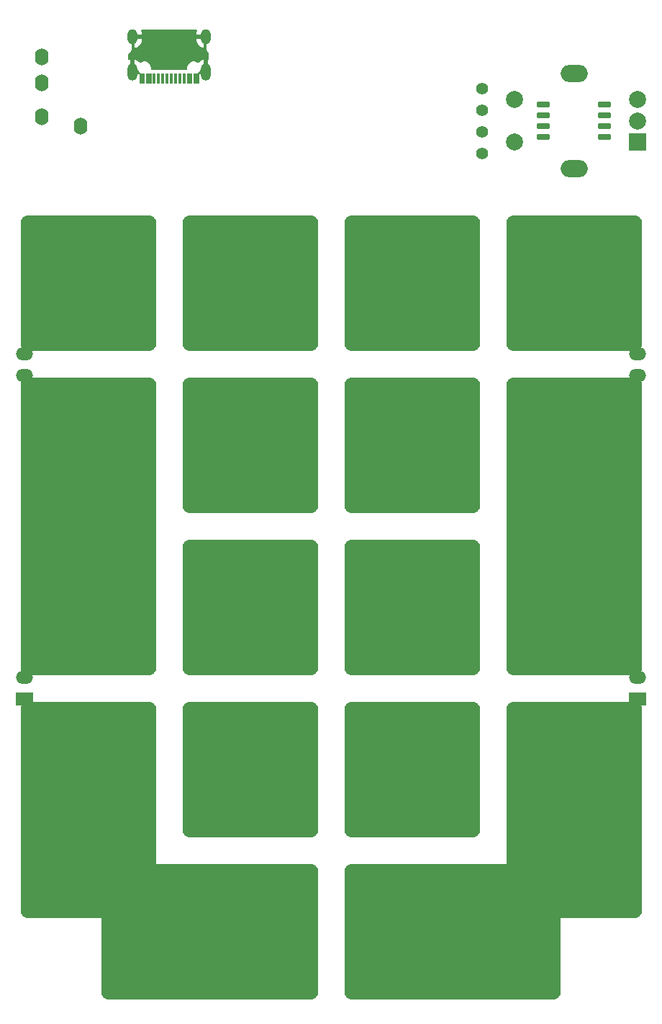
<source format=gbr>
%TF.GenerationSoftware,KiCad,Pcbnew,(6.0.7)*%
%TF.CreationDate,2022-10-13T01:22:27-05:00*%
%TF.ProjectId,Container65PLATE,436f6e74-6169-46e6-9572-3635504c4154,rev?*%
%TF.SameCoordinates,Original*%
%TF.FileFunction,Copper,L2,Bot*%
%TF.FilePolarity,Positive*%
%FSLAX46Y46*%
G04 Gerber Fmt 4.6, Leading zero omitted, Abs format (unit mm)*
G04 Created by KiCad (PCBNEW (6.0.7)) date 2022-10-13 01:22:27*
%MOMM*%
%LPD*%
G01*
G04 APERTURE LIST*
G04 Aperture macros list*
%AMRoundRect*
0 Rectangle with rounded corners*
0 $1 Rounding radius*
0 $2 $3 $4 $5 $6 $7 $8 $9 X,Y pos of 4 corners*
0 Add a 4 corners polygon primitive as box body*
4,1,4,$2,$3,$4,$5,$6,$7,$8,$9,$2,$3,0*
0 Add four circle primitives for the rounded corners*
1,1,$1+$1,$2,$3*
1,1,$1+$1,$4,$5*
1,1,$1+$1,$6,$7*
1,1,$1+$1,$8,$9*
0 Add four rect primitives between the rounded corners*
20,1,$1+$1,$2,$3,$4,$5,0*
20,1,$1+$1,$4,$5,$6,$7,0*
20,1,$1+$1,$6,$7,$8,$9,0*
20,1,$1+$1,$8,$9,$2,$3,0*%
G04 Aperture macros list end*
%TA.AperFunction,SMDPad,CuDef*%
%ADD10RoundRect,1.008000X-6.992000X6.992000X-6.992000X-6.992000X6.992000X-6.992000X6.992000X6.992000X0*%
%TD*%
%TA.AperFunction,SMDPad,CuDef*%
%ADD11RoundRect,1.008000X6.992000X6.992000X-6.992000X6.992000X-6.992000X-6.992000X6.992000X-6.992000X0*%
%TD*%
%TA.AperFunction,SMDPad,CuDef*%
%ADD12RoundRect,1.008000X6.992000X-6.992000X6.992000X6.992000X-6.992000X6.992000X-6.992000X-6.992000X0*%
%TD*%
%TA.AperFunction,SMDPad,CuDef*%
%ADD13RoundRect,1.008000X-6.992000X-6.992000X6.992000X-6.992000X6.992000X6.992000X-6.992000X6.992000X0*%
%TD*%
%TA.AperFunction,WasherPad*%
%ADD14O,3.200000X2.000000*%
%TD*%
%TA.AperFunction,ComponentPad*%
%ADD15R,2.000000X2.000000*%
%TD*%
%TA.AperFunction,ComponentPad*%
%ADD16C,2.000000*%
%TD*%
%TA.AperFunction,ComponentPad*%
%ADD17C,1.397000*%
%TD*%
%TA.AperFunction,ComponentPad*%
%ADD18R,2.000000X1.500000*%
%TD*%
%TA.AperFunction,ComponentPad*%
%ADD19O,2.000000X1.500000*%
%TD*%
%TA.AperFunction,ComponentPad*%
%ADD20O,1.600000X2.000000*%
%TD*%
%TA.AperFunction,SMDPad,CuDef*%
%ADD21RoundRect,0.150000X-0.650000X-0.150000X0.650000X-0.150000X0.650000X0.150000X-0.650000X0.150000X0*%
%TD*%
%TA.AperFunction,ComponentPad*%
%ADD22O,1.200000X1.800000*%
%TD*%
%TA.AperFunction,ComponentPad*%
%ADD23O,1.200000X2.000000*%
%TD*%
%TA.AperFunction,SMDPad,CuDef*%
%ADD24R,0.300000X1.300000*%
%TD*%
G04 APERTURE END LIST*
D10*
%TO.P,MX5,1*%
%TO.N,N/C*%
X49212500Y-67468750D03*
%TD*%
D11*
%TO.P,MX15,1*%
%TO.N,N/C*%
X87312500Y-105568750D03*
%TD*%
D10*
%TO.P,MX9,1*%
%TO.N,N/C*%
X49212500Y-86518750D03*
%TD*%
D12*
%TO.P,MX-E-1,1*%
%TO.N,N/C*%
X49212500Y-76993750D03*
%TD*%
D11*
%TO.P,MX3,1*%
%TO.N,N/C*%
X87312500Y-48418750D03*
%TD*%
%TO.P,MX6,1*%
%TO.N,N/C*%
X68262500Y-67468750D03*
%TD*%
D13*
%TO.P,MX-E-4,1*%
%TO.N,N/C*%
X96837500Y-124618750D03*
%TD*%
D12*
%TO.P,MX-E-2,1*%
%TO.N,N/C*%
X106362500Y-76993750D03*
%TD*%
D11*
%TO.P,MX14,1*%
%TO.N,N/C*%
X68262500Y-105568750D03*
%TD*%
%TO.P,MX11,1*%
%TO.N,N/C*%
X87312500Y-86518750D03*
%TD*%
D13*
%TO.P,MX17,1*%
%TO.N,N/C*%
X58737500Y-124618750D03*
%TD*%
D10*
%TO.P,MX16,1*%
%TO.N,N/C*%
X106362500Y-105568750D03*
%TD*%
%TO.P,MX12,1*%
%TO.N,N/C*%
X106362500Y-86518750D03*
%TD*%
D11*
%TO.P,MX18,1*%
%TO.N,N/C*%
X68262500Y-124618750D03*
%TD*%
%TO.P,MX10,1*%
%TO.N,N/C*%
X68262500Y-86518750D03*
%TD*%
D12*
%TO.P,MX20,1*%
%TO.N,N/C*%
X106362500Y-115093750D03*
%TD*%
D10*
%TO.P,MX8,1*%
%TO.N,N/C*%
X106362500Y-67468750D03*
%TD*%
D11*
%TO.P,MX7,1*%
%TO.N,N/C*%
X87312500Y-67468750D03*
%TD*%
%TO.P,MX19,1*%
%TO.N,N/C*%
X87312500Y-124618750D03*
%TD*%
%TO.P,MX4,1*%
%TO.N,N/C*%
X106362500Y-48418750D03*
%TD*%
%TO.P,MX1,1*%
%TO.N,N/C*%
X49212500Y-48418750D03*
%TD*%
D12*
%TO.P,MX-E-3,1*%
%TO.N,N/C*%
X49212500Y-115093750D03*
%TD*%
D10*
%TO.P,MX13,1*%
%TO.N,N/C*%
X49212500Y-105568750D03*
%TD*%
D11*
%TO.P,MX2,1*%
%TO.N,N/C*%
X68262500Y-48418750D03*
%TD*%
D14*
%TO.P,SW1,*%
%TO.N,*%
X106362500Y-34968750D03*
X106362500Y-23768750D03*
D15*
%TO.P,SW1,A,A*%
%TO.N,encB*%
X113862500Y-31868750D03*
D16*
%TO.P,SW1,B,B*%
%TO.N,encA*%
X113862500Y-26868750D03*
%TO.P,SW1,C,C*%
%TO.N,GND*%
X113862500Y-29368750D03*
%TO.P,SW1,S1,S1*%
%TO.N,Net-(D23-Pad2)*%
X99362500Y-26868750D03*
%TO.P,SW1,S2,S2*%
%TO.N,COL3*%
X99362500Y-31868750D03*
%TD*%
D17*
%TO.P,OL1,1,SDA*%
%TO.N,SDA*%
X95517500Y-33178750D03*
%TO.P,OL1,2,SCL*%
%TO.N,SCL*%
X95517500Y-30638750D03*
%TO.P,OL1,3,VCC*%
%TO.N,+3V3*%
X95517500Y-28098750D03*
%TO.P,OL1,4,GND*%
%TO.N,GND*%
X95517500Y-25558750D03*
%TD*%
D18*
%TO.P,J3,1,Pin_1*%
%TO.N,GND*%
X41687500Y-97283750D03*
D19*
%TO.P,J3,2,Pin_2*%
%TO.N,+3V3*%
X41687500Y-94743750D03*
%TD*%
%TO.P,J6,1,Pin_1*%
%TO.N,SDA*%
X113887500Y-59252500D03*
%TO.P,J6,2,Pin_2*%
%TO.N,SCL*%
X113887500Y-56712500D03*
%TD*%
%TO.P,J4,1,Pin_1*%
%TO.N,SDA*%
X41687500Y-59252500D03*
%TO.P,J4,2,Pin_2*%
%TO.N,SCL*%
X41687500Y-56712500D03*
%TD*%
D20*
%TO.P,U7,1,SLEEVE*%
%TO.N,SCL*%
X48337500Y-30000000D03*
%TO.P,U7,2,TIP*%
%TO.N,+3V3*%
X43737500Y-28900000D03*
%TO.P,U7,3,RING1*%
%TO.N,GND*%
X43737500Y-24900000D03*
%TO.P,U7,4,RING2*%
%TO.N,SDA*%
X43737500Y-21900000D03*
%TD*%
D18*
%TO.P,J5,1,Pin_1*%
%TO.N,GND*%
X113887500Y-97293750D03*
D19*
%TO.P,J5,2,Pin_2*%
%TO.N,+3V3*%
X113887500Y-94753750D03*
%TD*%
D21*
%TO.P,U4,1,~{CS}*%
%TO.N,QSPI_SS*%
X102762500Y-31273750D03*
%TO.P,U4,2,DO(IO1)*%
%TO.N,QSPI_SD1*%
X102762500Y-30003750D03*
%TO.P,U4,3,IO2*%
%TO.N,QSPI_SD2*%
X102762500Y-28733750D03*
%TO.P,U4,4,GND*%
%TO.N,GND*%
X102762500Y-27463750D03*
%TO.P,U4,5,DI(IO0)*%
%TO.N,QSPI_SD0*%
X109962500Y-27463750D03*
%TO.P,U4,6,CLK*%
%TO.N,QSPI_SCLK*%
X109962500Y-28733750D03*
%TO.P,U4,7,IO3*%
%TO.N,QSPI_SD3*%
X109962500Y-30003750D03*
%TO.P,U4,8,VCC*%
%TO.N,+3V3*%
X109962500Y-31273750D03*
%TD*%
D22*
%TO.P,U2,0,0*%
%TO.N,GND*%
X54411363Y-19453362D03*
D23*
X63061605Y-23653261D03*
X54411363Y-23653261D03*
D22*
X63061605Y-19453362D03*
D24*
%TO.P,U2,A1,GND*%
X55386471Y-24421587D03*
%TO.P,U2,A4,VBUS*%
%TO.N,VBUS*%
X56186573Y-24421587D03*
%TO.P,U2,A5,CC1*%
%TO.N,CC1*%
X57486547Y-24421587D03*
%TO.P,U2,A6,DP1*%
%TO.N,USB+*%
X58486547Y-24421587D03*
%TO.P,U2,A7,DN1*%
%TO.N,USB-*%
X58986420Y-24421587D03*
%TO.P,U2,A8,SBU1*%
%TO.N,unconnected-(U2-PadA8)*%
X59986166Y-24421587D03*
%TO.P,U2,A9,VBUS*%
%TO.N,VBUS*%
X61286649Y-24421587D03*
%TO.P,U2,A12,GND*%
%TO.N,GND*%
X62086497Y-24421587D03*
%TO.P,U2,B1,GND*%
X61786522Y-24421587D03*
%TO.P,U2,B4,VBUS*%
%TO.N,VBUS*%
X60986420Y-24421587D03*
%TO.P,U2,B5,CC2*%
%TO.N,CC2*%
X60486547Y-24421587D03*
%TO.P,U2,B6,DP2*%
%TO.N,USB+*%
X59486547Y-24421587D03*
%TO.P,U2,B7,DN2*%
%TO.N,USB-*%
X57986420Y-24421587D03*
%TO.P,U2,B8,SBU2*%
%TO.N,unconnected-(U2-PadB8)*%
X56986420Y-24421587D03*
%TO.P,U2,B9,VBUS*%
%TO.N,VBUS*%
X56486547Y-24421587D03*
%TO.P,U2,B12,GND*%
%TO.N,GND*%
X55686446Y-24421587D03*
%TD*%
%TA.AperFunction,Conductor*%
%TO.N,GND*%
G36*
X61956292Y-18657752D02*
G01*
X62002785Y-18711408D01*
X62012889Y-18781682D01*
X62005037Y-18810848D01*
X61996644Y-18831673D01*
X61993250Y-18843132D01*
X61954748Y-19040290D01*
X61953671Y-19049153D01*
X61953605Y-19051862D01*
X61953605Y-19181247D01*
X61958080Y-19196486D01*
X61959470Y-19197691D01*
X61967153Y-19199362D01*
X62992500Y-19199362D01*
X63060621Y-19219364D01*
X63107114Y-19273020D01*
X63118500Y-19325362D01*
X63118500Y-20597596D01*
X63116951Y-20617291D01*
X63113745Y-20637549D01*
X63115298Y-20647346D01*
X63115298Y-20647765D01*
X63116264Y-20655918D01*
X63129351Y-20821958D01*
X63130506Y-20826767D01*
X63171393Y-20996998D01*
X63172552Y-21001825D01*
X63243355Y-21172720D01*
X63245942Y-21176941D01*
X63245943Y-21176943D01*
X63328665Y-21311914D01*
X63340017Y-21330437D01*
X63382309Y-21379951D01*
X63411342Y-21444737D01*
X63412500Y-21461783D01*
X63412500Y-22052526D01*
X63392498Y-22120647D01*
X63338842Y-22167140D01*
X63321367Y-22172260D01*
X63320106Y-22173351D01*
X63315605Y-22188646D01*
X63315605Y-23781261D01*
X63295603Y-23849382D01*
X63241947Y-23895875D01*
X63189605Y-23907261D01*
X62257030Y-23907261D01*
X62188909Y-23887259D01*
X62142416Y-23833603D01*
X62132312Y-23763329D01*
X62165557Y-23694608D01*
X62241256Y-23614698D01*
X62246290Y-23609384D01*
X62331911Y-23461976D01*
X62383422Y-23413117D01*
X62440865Y-23399261D01*
X62789490Y-23399261D01*
X62804729Y-23394786D01*
X62805934Y-23393396D01*
X62807605Y-23385713D01*
X62807605Y-22192859D01*
X62803632Y-22179328D01*
X62794206Y-22177973D01*
X62705068Y-22199455D01*
X62693773Y-22203344D01*
X62512223Y-22285890D01*
X62501881Y-22291837D01*
X62339208Y-22407229D01*
X62330180Y-22415022D01*
X62235522Y-22513903D01*
X62173967Y-22549279D01*
X62103057Y-22545760D01*
X62071182Y-22527522D01*
X62070681Y-22528274D01*
X62064587Y-22524210D01*
X62059009Y-22519471D01*
X61901900Y-22439248D01*
X61894794Y-22437509D01*
X61894791Y-22437508D01*
X61790165Y-22411906D01*
X61730550Y-22397318D01*
X61722953Y-22396847D01*
X61721368Y-22396748D01*
X61721355Y-22396748D01*
X61719427Y-22396628D01*
X61592234Y-22396628D01*
X61522704Y-22404734D01*
X61468459Y-22411058D01*
X61468455Y-22411059D01*
X61461189Y-22411906D01*
X61454314Y-22414402D01*
X61454312Y-22414402D01*
X61302246Y-22469600D01*
X61295370Y-22472096D01*
X61289251Y-22476108D01*
X61170011Y-22554285D01*
X61147844Y-22568818D01*
X61026526Y-22696884D01*
X60937924Y-22849424D01*
X60886790Y-23018256D01*
X60875867Y-23194323D01*
X60877107Y-23201538D01*
X60877107Y-23201543D01*
X60884953Y-23247205D01*
X60876776Y-23317729D01*
X60831768Y-23372637D01*
X60779119Y-23393199D01*
X60755032Y-23396744D01*
X60718498Y-23396767D01*
X60694037Y-23393199D01*
X60672705Y-23390087D01*
X60300389Y-23390087D01*
X60295831Y-23390758D01*
X60295830Y-23390758D01*
X60254908Y-23396781D01*
X60218376Y-23396805D01*
X60172324Y-23390087D01*
X59800008Y-23390087D01*
X59795457Y-23390757D01*
X59795456Y-23390757D01*
X59782711Y-23392633D01*
X59754909Y-23396726D01*
X59718369Y-23396749D01*
X59677230Y-23390747D01*
X59677228Y-23390747D01*
X59672705Y-23390087D01*
X59300389Y-23390087D01*
X59295841Y-23390756D01*
X59295834Y-23390757D01*
X59255037Y-23396763D01*
X59218498Y-23396786D01*
X59177106Y-23390747D01*
X59177098Y-23390746D01*
X59172578Y-23390087D01*
X58800262Y-23390087D01*
X58795704Y-23390758D01*
X58795703Y-23390758D01*
X58755034Y-23396744D01*
X58718498Y-23396767D01*
X58694037Y-23393199D01*
X58672705Y-23390087D01*
X58300389Y-23390087D01*
X58295841Y-23390756D01*
X58295834Y-23390757D01*
X58255037Y-23396763D01*
X58218498Y-23396786D01*
X58177106Y-23390747D01*
X58177098Y-23390746D01*
X58172578Y-23390087D01*
X57800262Y-23390087D01*
X57795704Y-23390758D01*
X57795703Y-23390758D01*
X57755034Y-23396744D01*
X57718498Y-23396767D01*
X57694037Y-23393199D01*
X57672705Y-23390087D01*
X57300389Y-23390087D01*
X57295841Y-23390756D01*
X57295834Y-23390757D01*
X57255037Y-23396763D01*
X57218498Y-23396786D01*
X57177106Y-23390747D01*
X57177098Y-23390746D01*
X57172578Y-23390087D01*
X56800262Y-23390087D01*
X56795704Y-23390758D01*
X56795703Y-23390758D01*
X56755034Y-23396744D01*
X56718502Y-23396768D01*
X56695427Y-23393402D01*
X56630910Y-23363777D01*
X56592649Y-23303973D01*
X56587859Y-23260920D01*
X56596647Y-23119256D01*
X56597101Y-23111945D01*
X56581003Y-23018256D01*
X56568467Y-22945302D01*
X56568466Y-22945300D01*
X56567227Y-22938087D01*
X56498158Y-22775765D01*
X56393600Y-22633686D01*
X56362946Y-22607643D01*
X56264740Y-22524210D01*
X56264736Y-22524207D01*
X56259161Y-22519471D01*
X56102052Y-22439248D01*
X56094946Y-22437509D01*
X56094943Y-22437508D01*
X55990317Y-22411906D01*
X55930702Y-22397318D01*
X55923105Y-22396847D01*
X55921520Y-22396748D01*
X55921507Y-22396748D01*
X55919579Y-22396628D01*
X55792386Y-22396628D01*
X55722856Y-22404734D01*
X55668611Y-22411058D01*
X55668607Y-22411059D01*
X55661341Y-22411906D01*
X55654466Y-22414402D01*
X55654464Y-22414402D01*
X55502398Y-22469600D01*
X55495522Y-22472096D01*
X55489403Y-22476108D01*
X55401618Y-22533662D01*
X55333682Y-22554285D01*
X55265382Y-22534905D01*
X55233445Y-22506121D01*
X55221097Y-22490401D01*
X55212864Y-22481755D01*
X55062240Y-22351049D01*
X55052516Y-22344114D01*
X54879896Y-22244251D01*
X54869032Y-22239277D01*
X54680636Y-22173854D01*
X54679647Y-22173613D01*
X54669355Y-22175081D01*
X54665363Y-22188646D01*
X54665363Y-23381146D01*
X54669838Y-23396385D01*
X54671228Y-23397590D01*
X54678911Y-23399261D01*
X55035799Y-23399261D01*
X55103920Y-23419263D01*
X55151740Y-23475928D01*
X55174962Y-23530503D01*
X55279520Y-23672582D01*
X55285093Y-23677317D01*
X55285098Y-23677322D01*
X55294413Y-23685235D01*
X55333379Y-23744584D01*
X55334072Y-23815577D01*
X55296274Y-23875675D01*
X55231984Y-23905797D01*
X55212835Y-23907261D01*
X54283363Y-23907261D01*
X54215242Y-23887259D01*
X54168749Y-23833603D01*
X54157363Y-23781261D01*
X54157363Y-22192859D01*
X54153390Y-22179328D01*
X54143964Y-22177973D01*
X54054817Y-22199458D01*
X54054516Y-22199561D01*
X54054357Y-22199568D01*
X54048993Y-22200861D01*
X54048744Y-22199827D01*
X53983594Y-22202824D01*
X53922167Y-22167225D01*
X53889738Y-22104067D01*
X53887500Y-22080424D01*
X53887500Y-21637871D01*
X53907502Y-21569750D01*
X53931672Y-21542058D01*
X54014806Y-21471058D01*
X54134943Y-21330408D01*
X54212273Y-21204235D01*
X54229013Y-21176921D01*
X54229014Y-21176919D01*
X54231601Y-21172698D01*
X54302401Y-21001810D01*
X54304156Y-20994506D01*
X54342944Y-20833010D01*
X54345600Y-20821951D01*
X54346245Y-20813764D01*
X54665363Y-20813764D01*
X54669336Y-20827295D01*
X54678762Y-20828650D01*
X54767900Y-20807168D01*
X54779195Y-20803279D01*
X54960745Y-20720733D01*
X54971087Y-20714786D01*
X55133760Y-20599394D01*
X55142788Y-20591601D01*
X55280705Y-20447531D01*
X55288101Y-20438166D01*
X55396284Y-20270621D01*
X55401780Y-20260017D01*
X55476324Y-20075050D01*
X55479718Y-20063592D01*
X55518220Y-19866434D01*
X55519297Y-19857571D01*
X55519363Y-19854862D01*
X55519363Y-19803194D01*
X61953605Y-19803194D01*
X61953890Y-19809170D01*
X61968076Y-19957856D01*
X61970335Y-19969590D01*
X62026477Y-20160961D01*
X62030907Y-20172037D01*
X62122224Y-20349340D01*
X62128674Y-20359386D01*
X62251867Y-20516219D01*
X62260104Y-20524868D01*
X62410728Y-20655574D01*
X62420452Y-20662509D01*
X62593072Y-20762372D01*
X62603936Y-20767346D01*
X62792332Y-20832769D01*
X62793321Y-20833010D01*
X62803613Y-20831542D01*
X62807605Y-20817977D01*
X62807605Y-19725477D01*
X62803130Y-19710238D01*
X62801740Y-19709033D01*
X62794057Y-19707362D01*
X61971720Y-19707362D01*
X61956481Y-19711837D01*
X61955276Y-19713227D01*
X61953605Y-19720910D01*
X61953605Y-19803194D01*
X55519363Y-19803194D01*
X55519363Y-19725477D01*
X55514888Y-19710238D01*
X55513498Y-19709033D01*
X55505815Y-19707362D01*
X54683478Y-19707362D01*
X54668239Y-19711837D01*
X54667034Y-19713227D01*
X54665363Y-19720910D01*
X54665363Y-20813764D01*
X54346245Y-20813764D01*
X54354176Y-20713139D01*
X54355156Y-20706447D01*
X54356016Y-20703998D01*
X54356500Y-20698409D01*
X54356500Y-20688603D01*
X54356890Y-20678702D01*
X54358635Y-20656563D01*
X54359702Y-20647552D01*
X54359702Y-20647344D01*
X54361255Y-20637549D01*
X54358049Y-20617291D01*
X54356500Y-20597596D01*
X54356500Y-19325362D01*
X54376502Y-19257241D01*
X54430158Y-19210748D01*
X54482500Y-19199362D01*
X55501248Y-19199362D01*
X55516487Y-19194887D01*
X55517692Y-19193497D01*
X55519363Y-19185814D01*
X55519363Y-19103530D01*
X55519078Y-19097554D01*
X55504892Y-18948868D01*
X55502634Y-18937137D01*
X55462173Y-18799220D01*
X55462190Y-18728223D01*
X55500588Y-18668506D01*
X55565176Y-18639028D01*
X55583078Y-18637750D01*
X61888171Y-18637750D01*
X61956292Y-18657752D01*
G37*
%TD.AperFunction*%
%TD*%
M02*

</source>
